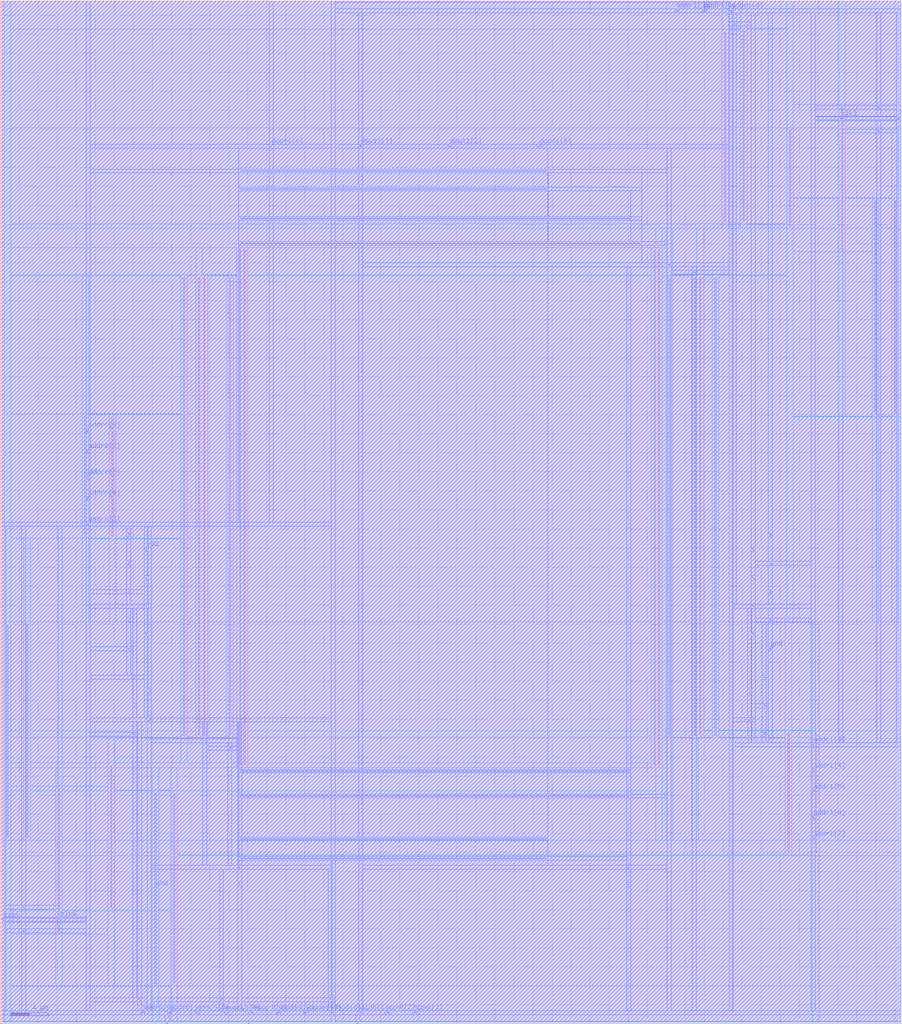
<source format=lef>
VERSION 5.4 ;
NAMESCASESENSITIVE ON ;
BUSBITCHARS "[]" ;
DIVIDERCHAR "/" ;
UNITS
  DATABASE MICRONS 2000 ;
END UNITS
MACRO freepdk45_sram_1w1r_256x4_1
   CLASS BLOCK ;
   SIZE 94.805 BY 107.625 ;
   SYMMETRY X Y R90 ;
   PIN din0[0]
      DIRECTION INPUT ;
      PORT
         LAYER metal3 ;
         RECT  34.91 1.105 35.045 1.24 ;
      END
   END din0[0]
   PIN din0[1]
      DIRECTION INPUT ;
      PORT
         LAYER metal3 ;
         RECT  37.77 1.105 37.905 1.24 ;
      END
   END din0[1]
   PIN din0[2]
      DIRECTION INPUT ;
      PORT
         LAYER metal3 ;
         RECT  40.63 1.105 40.765 1.24 ;
      END
   END din0[2]
   PIN din0[3]
      DIRECTION INPUT ;
      PORT
         LAYER metal3 ;
         RECT  43.49 1.105 43.625 1.24 ;
      END
   END din0[3]
   PIN addr0[0]
      DIRECTION INPUT ;
      PORT
         LAYER metal3 ;
         RECT  14.89 1.105 15.025 1.24 ;
      END
   END addr0[0]
   PIN addr0[1]
      DIRECTION INPUT ;
      PORT
         LAYER metal3 ;
         RECT  17.75 1.105 17.885 1.24 ;
      END
   END addr0[1]
   PIN addr0[2]
      DIRECTION INPUT ;
      PORT
         LAYER metal3 ;
         RECT  20.61 1.105 20.745 1.24 ;
      END
   END addr0[2]
   PIN addr0[3]
      DIRECTION INPUT ;
      PORT
         LAYER metal3 ;
         RECT  9.17 52.41 9.305 52.545 ;
      END
   END addr0[3]
   PIN addr0[4]
      DIRECTION INPUT ;
      PORT
         LAYER metal3 ;
         RECT  9.17 55.14 9.305 55.275 ;
      END
   END addr0[4]
   PIN addr0[5]
      DIRECTION INPUT ;
      PORT
         LAYER metal3 ;
         RECT  9.17 57.35 9.305 57.485 ;
      END
   END addr0[5]
   PIN addr0[6]
      DIRECTION INPUT ;
      PORT
         LAYER metal3 ;
         RECT  9.17 60.08 9.305 60.215 ;
      END
   END addr0[6]
   PIN addr0[7]
      DIRECTION INPUT ;
      PORT
         LAYER metal3 ;
         RECT  9.17 62.29 9.305 62.425 ;
      END
   END addr0[7]
   PIN addr1[0]
      DIRECTION INPUT ;
      PORT
         LAYER metal3 ;
         RECT  76.78 106.385 76.915 106.52 ;
      END
   END addr1[0]
   PIN addr1[1]
      DIRECTION INPUT ;
      PORT
         LAYER metal3 ;
         RECT  73.92 106.385 74.055 106.52 ;
      END
   END addr1[1]
   PIN addr1[2]
      DIRECTION INPUT ;
      PORT
         LAYER metal3 ;
         RECT  71.06 106.385 71.195 106.52 ;
      END
   END addr1[2]
   PIN addr1[3]
      DIRECTION INPUT ;
      PORT
         LAYER metal3 ;
         RECT  85.36 29.27 85.495 29.405 ;
      END
   END addr1[3]
   PIN addr1[4]
      DIRECTION INPUT ;
      PORT
         LAYER metal3 ;
         RECT  85.36 26.54 85.495 26.675 ;
      END
   END addr1[4]
   PIN addr1[5]
      DIRECTION INPUT ;
      PORT
         LAYER metal3 ;
         RECT  85.36 24.33 85.495 24.465 ;
      END
   END addr1[5]
   PIN addr1[6]
      DIRECTION INPUT ;
      PORT
         LAYER metal3 ;
         RECT  85.36 21.6 85.495 21.735 ;
      END
   END addr1[6]
   PIN addr1[7]
      DIRECTION INPUT ;
      PORT
         LAYER metal3 ;
         RECT  85.36 19.39 85.495 19.525 ;
      END
   END addr1[7]
   PIN csb0
      DIRECTION INPUT ;
      PORT
         LAYER metal3 ;
         RECT  0.285 10.81 0.42 10.945 ;
      END
   END csb0
   PIN csb1
      DIRECTION INPUT ;
      PORT
         LAYER metal3 ;
         RECT  94.385 95.13 94.52 95.265 ;
      END
   END csb1
   PIN clk0
      DIRECTION INPUT ;
      PORT
         LAYER metal3 ;
         RECT  6.2475 10.895 6.3825 11.03 ;
      END
   END clk0
   PIN clk1
      DIRECTION INPUT ;
      PORT
         LAYER metal3 ;
         RECT  88.2825 95.045 88.4175 95.18 ;
      END
   END clk1
   PIN wmask0[0]
      DIRECTION INPUT ;
      PORT
         LAYER metal3 ;
         RECT  23.47 1.105 23.605 1.24 ;
      END
   END wmask0[0]
   PIN wmask0[1]
      DIRECTION INPUT ;
      PORT
         LAYER metal3 ;
         RECT  26.33 1.105 26.465 1.24 ;
      END
   END wmask0[1]
   PIN wmask0[2]
      DIRECTION INPUT ;
      PORT
         LAYER metal3 ;
         RECT  29.19 1.105 29.325 1.24 ;
      END
   END wmask0[2]
   PIN wmask0[3]
      DIRECTION INPUT ;
      PORT
         LAYER metal3 ;
         RECT  32.05 1.105 32.185 1.24 ;
      END
   END wmask0[3]
   PIN dout1[0]
      DIRECTION OUTPUT ;
      PORT
         LAYER metal3 ;
         RECT  28.4025 92.1575 28.5375 92.2925 ;
      END
   END dout1[0]
   PIN dout1[1]
      DIRECTION OUTPUT ;
      PORT
         LAYER metal3 ;
         RECT  37.8025 92.1575 37.9375 92.2925 ;
      END
   END dout1[1]
   PIN dout1[2]
      DIRECTION OUTPUT ;
      PORT
         LAYER metal3 ;
         RECT  47.2025 92.1575 47.3375 92.2925 ;
      END
   END dout1[2]
   PIN dout1[3]
      DIRECTION OUTPUT ;
      PORT
         LAYER metal3 ;
         RECT  56.6025 92.1575 56.7375 92.2925 ;
      END
   END dout1[3]
   PIN vdd
      DIRECTION INOUT ;
      USE POWER ; 
      SHAPE ABUTMENT ; 
      PORT
         LAYER metal3 ;
         RECT  15.6125 31.87 15.7475 32.005 ;
         LAYER metal3 ;
         RECT  70.2625 79.71 70.3975 79.845 ;
         LAYER metal3 ;
         RECT  15.2675 43.83 15.4025 43.965 ;
         LAYER metal3 ;
         RECT  15.2675 46.82 15.4025 46.955 ;
         LAYER metal4 ;
         RECT  0.6875 19.55 0.8275 41.9525 ;
         LAYER metal4 ;
         RECT  82.92 83.8825 83.06 93.9025 ;
         LAYER metal3 ;
         RECT  65.9675 16.37 66.1025 16.505 ;
         LAYER metal3 ;
         RECT  79.0675 43.83 79.2025 43.965 ;
         LAYER metal3 ;
         RECT  92.245 93.765 92.38 93.9 ;
         LAYER metal3 ;
         RECT  25.0825 16.37 25.2175 16.505 ;
         LAYER metal3 ;
         RECT  79.0675 49.81 79.2025 49.945 ;
         LAYER metal4 ;
         RECT  85.64 17.9575 85.78 30.5125 ;
         LAYER metal3 ;
         RECT  78.7225 31.87 78.8575 32.005 ;
         LAYER metal3 ;
         RECT  23.1875 2.47 23.3225 2.605 ;
         LAYER metal4 ;
         RECT  70.26 30.3725 70.4 78.3525 ;
         LAYER metal3 ;
         RECT  79.0675 46.82 79.2025 46.955 ;
         LAYER metal3 ;
         RECT  79.0675 40.84 79.2025 40.975 ;
         LAYER metal3 ;
         RECT  72.895 78.9225 73.03 79.0575 ;
         LAYER metal3 ;
         RECT  25.2175 17.3375 57.4075 17.4075 ;
         LAYER metal3 ;
         RECT  14.6075 2.47 14.7425 2.605 ;
         LAYER metal3 ;
         RECT  15.6125 34.86 15.7475 34.995 ;
         LAYER metal3 ;
         RECT  25.2175 89.6 57.4075 89.67 ;
         LAYER metal3 ;
         RECT  15.2675 40.84 15.4025 40.975 ;
         LAYER metal4 ;
         RECT  69.18 27.2025 69.32 81.2725 ;
         LAYER metal4 ;
         RECT  20.82 30.3725 20.96 78.4225 ;
         LAYER metal3 ;
         RECT  77.0625 105.02 77.1975 105.155 ;
         LAYER metal4 ;
         RECT  18.2 4.285 18.34 24.185 ;
         LAYER metal3 ;
         RECT  21.44 29.6675 21.575 29.8025 ;
         LAYER metal3 ;
         RECT  25.2175 81.9675 67.2775 82.0375 ;
         LAYER metal4 ;
         RECT  93.9775 64.1225 94.1175 86.525 ;
         LAYER metal4 ;
         RECT  24.07 30.3725 24.21 78.3525 ;
         LAYER metal4 ;
         RECT  76.13 84.36 76.27 104.26 ;
         LAYER metal3 ;
         RECT  2.425 12.175 2.56 12.31 ;
         LAYER metal3 ;
         RECT  78.7225 34.86 78.8575 34.995 ;
         LAYER metal4 ;
         RECT  73.51 30.3725 73.65 78.4225 ;
         LAYER metal4 ;
         RECT  11.605 12.1725 11.745 27.1325 ;
         LAYER metal3 ;
         RECT  24.0725 28.88 24.2075 29.015 ;
         LAYER metal3 ;
         RECT  34.6275 2.47 34.7625 2.605 ;
         LAYER metal4 ;
         RECT  25.15 27.2025 25.29 81.2725 ;
         LAYER metal3 ;
         RECT  25.2175 26.5075 66.1025 26.5775 ;
         LAYER metal3 ;
         RECT  15.2675 49.81 15.4025 49.945 ;
         LAYER metal4 ;
         RECT  8.885 51.3025 9.025 63.8575 ;
      END
   END vdd
   PIN gnd
      DIRECTION INOUT ;
      USE GROUND ; 
      SHAPE ABUTMENT ; 
      PORT
         LAYER metal4 ;
         RECT  82.78 18.0225 82.92 30.5775 ;
         LAYER metal3 ;
         RECT  65.9675 14.55 66.1025 14.685 ;
         LAYER metal4 ;
         RECT  19.23 30.34 19.37 78.4225 ;
         LAYER metal4 ;
         RECT  6.105 9.7025 6.245 24.6625 ;
         LAYER metal3 ;
         RECT  80.875 42.335 81.01 42.47 ;
         LAYER metal3 ;
         RECT  13.46 45.325 13.595 45.46 ;
         LAYER metal3 ;
         RECT  25.0825 14.55 25.2175 14.685 ;
         LAYER metal3 ;
         RECT  14.085 36.355 14.22 36.49 ;
         LAYER metal3 ;
         RECT  25.2175 87.7075 57.4425 87.7775 ;
         LAYER metal3 ;
         RECT  25.2175 84.5875 66.135 84.6575 ;
         LAYER metal3 ;
         RECT  74.2025 107.49 74.3375 107.625 ;
         LAYER metal3 ;
         RECT  25.2175 19.3875 57.4075 19.4575 ;
         LAYER metal4 ;
         RECT  72.95 30.34 73.09 78.385 ;
         LAYER metal3 ;
         RECT  80.875 48.315 81.01 48.45 ;
         LAYER metal3 ;
         RECT  13.46 39.345 13.595 39.48 ;
         LAYER metal3 ;
         RECT  80.875 51.305 81.01 51.44 ;
         LAYER metal3 ;
         RECT  80.25 33.365 80.385 33.5 ;
         LAYER metal4 ;
         RECT  78.0725 84.2925 78.2125 104.3275 ;
         LAYER metal3 ;
         RECT  13.46 42.335 13.595 42.47 ;
         LAYER metal4 ;
         RECT  25.61 27.2025 25.75 81.2725 ;
         LAYER metal3 ;
         RECT  80.875 45.325 81.01 45.46 ;
         LAYER metal4 ;
         RECT  11.745 51.2375 11.885 63.7925 ;
         LAYER metal3 ;
         RECT  25.2175 23.8875 66.135 23.9575 ;
         LAYER metal3 ;
         RECT  17.4675 0.0 17.6025 0.135 ;
         LAYER metal3 ;
         RECT  14.085 30.375 14.22 30.51 ;
         LAYER metal3 ;
         RECT  26.0475 0.0 26.1825 0.135 ;
         LAYER metal3 ;
         RECT  14.085 33.365 14.22 33.5 ;
         LAYER metal3 ;
         RECT  13.46 48.315 13.595 48.45 ;
         LAYER metal4 ;
         RECT  75.1 30.34 75.24 78.4225 ;
         LAYER metal3 ;
         RECT  80.25 36.355 80.385 36.49 ;
         LAYER metal4 ;
         RECT  91.915 64.09 92.055 86.4925 ;
         LAYER metal3 ;
         RECT  13.46 51.305 13.595 51.44 ;
         LAYER metal3 ;
         RECT  92.245 96.235 92.38 96.37 ;
         LAYER metal3 ;
         RECT  80.25 30.375 80.385 30.51 ;
         LAYER metal4 ;
         RECT  68.72 27.2025 68.86 81.2725 ;
         LAYER metal4 ;
         RECT  2.75 19.5825 2.89 41.985 ;
         LAYER metal4 ;
         RECT  21.38 30.34 21.52 78.385 ;
         LAYER metal4 ;
         RECT  88.42 81.4125 88.56 96.3725 ;
         LAYER metal3 ;
         RECT  2.425 9.705 2.56 9.84 ;
         LAYER metal3 ;
         RECT  37.4875 0.0 37.6225 0.135 ;
         LAYER metal3 ;
         RECT  80.875 39.345 81.01 39.48 ;
         LAYER metal4 ;
         RECT  16.2575 4.2175 16.3975 24.2525 ;
      END
   END gnd
   OBS
   LAYER  metal1 ;
      RECT  0.14 0.14 94.665 107.485 ;
   LAYER  metal2 ;
      RECT  0.14 0.14 94.665 107.485 ;
   LAYER  metal3 ;
      RECT  34.77 0.14 35.185 0.965 ;
      RECT  35.185 0.965 37.63 1.38 ;
      RECT  38.045 0.965 40.49 1.38 ;
      RECT  40.905 0.965 43.35 1.38 ;
      RECT  43.765 0.965 94.665 1.38 ;
      RECT  0.14 0.965 14.75 1.38 ;
      RECT  15.165 0.965 17.61 1.38 ;
      RECT  18.025 0.965 20.47 1.38 ;
      RECT  0.14 52.27 9.03 52.685 ;
      RECT  0.14 52.685 9.03 107.485 ;
      RECT  9.03 1.38 9.445 52.27 ;
      RECT  9.445 52.27 34.77 52.685 ;
      RECT  9.03 52.685 9.445 55.0 ;
      RECT  9.03 55.415 9.445 57.21 ;
      RECT  9.03 57.625 9.445 59.94 ;
      RECT  9.03 60.355 9.445 62.15 ;
      RECT  9.03 62.565 9.445 107.485 ;
      RECT  76.64 106.66 77.055 107.485 ;
      RECT  77.055 106.245 94.665 106.66 ;
      RECT  77.055 106.66 94.665 107.485 ;
      RECT  74.195 106.245 76.64 106.66 ;
      RECT  35.185 106.245 70.92 106.66 ;
      RECT  71.335 106.245 73.78 106.66 ;
      RECT  77.055 1.38 85.22 29.13 ;
      RECT  77.055 29.13 85.22 29.545 ;
      RECT  85.22 29.545 85.635 106.245 ;
      RECT  85.635 1.38 94.665 29.13 ;
      RECT  85.635 29.13 94.665 29.545 ;
      RECT  85.22 26.815 85.635 29.13 ;
      RECT  85.22 24.605 85.635 26.4 ;
      RECT  85.22 21.875 85.635 24.19 ;
      RECT  85.22 1.38 85.635 19.25 ;
      RECT  85.22 19.665 85.635 21.46 ;
      RECT  0.14 1.38 0.145 10.67 ;
      RECT  0.14 10.67 0.145 11.085 ;
      RECT  0.14 11.085 0.145 52.27 ;
      RECT  0.145 1.38 0.56 10.67 ;
      RECT  0.145 11.085 0.56 52.27 ;
      RECT  94.245 29.545 94.66 94.99 ;
      RECT  94.245 95.405 94.66 106.245 ;
      RECT  94.66 29.545 94.665 94.99 ;
      RECT  94.66 94.99 94.665 95.405 ;
      RECT  94.66 95.405 94.665 106.245 ;
      RECT  0.56 10.67 6.1075 10.755 ;
      RECT  0.56 10.755 6.1075 11.085 ;
      RECT  6.1075 10.67 6.5225 10.755 ;
      RECT  6.5225 10.67 9.03 10.755 ;
      RECT  6.5225 10.755 9.03 11.085 ;
      RECT  0.56 11.085 6.1075 11.17 ;
      RECT  6.1075 11.17 6.5225 52.27 ;
      RECT  6.5225 11.085 9.03 11.17 ;
      RECT  6.5225 11.17 9.03 52.27 ;
      RECT  85.635 29.545 88.1425 94.905 ;
      RECT  85.635 94.905 88.1425 94.99 ;
      RECT  88.1425 29.545 88.5575 94.905 ;
      RECT  88.5575 94.905 94.245 94.99 ;
      RECT  85.635 94.99 88.1425 95.32 ;
      RECT  85.635 95.32 88.1425 95.405 ;
      RECT  88.1425 95.32 88.5575 95.405 ;
      RECT  88.5575 94.99 94.245 95.32 ;
      RECT  88.5575 95.32 94.245 95.405 ;
      RECT  20.885 0.965 23.33 1.38 ;
      RECT  23.745 0.965 26.19 1.38 ;
      RECT  26.605 0.965 29.05 1.38 ;
      RECT  29.465 0.965 31.91 1.38 ;
      RECT  32.325 0.965 34.77 1.38 ;
      RECT  9.445 92.0175 28.2625 92.4325 ;
      RECT  9.445 92.4325 28.2625 107.485 ;
      RECT  28.2625 92.4325 28.6775 107.485 ;
      RECT  28.6775 92.0175 34.77 92.4325 ;
      RECT  28.6775 92.4325 34.77 107.485 ;
      RECT  35.185 92.0175 37.6625 92.4325 ;
      RECT  35.185 92.4325 37.6625 106.245 ;
      RECT  37.6625 92.4325 38.0775 106.245 ;
      RECT  38.0775 92.4325 76.64 106.245 ;
      RECT  38.0775 92.0175 47.0625 92.4325 ;
      RECT  47.4775 92.0175 56.4625 92.4325 ;
      RECT  56.8775 92.0175 76.64 92.4325 ;
      RECT  9.445 31.73 15.4725 32.145 ;
      RECT  15.4725 1.38 15.8875 31.73 ;
      RECT  15.8875 31.73 34.77 32.145 ;
      RECT  15.8875 32.145 34.77 52.27 ;
      RECT  38.0775 79.57 70.1225 79.985 ;
      RECT  70.1225 1.38 70.5375 79.57 ;
      RECT  70.1225 79.985 70.5375 92.0175 ;
      RECT  70.5375 79.57 76.64 79.985 ;
      RECT  70.5375 79.985 76.64 92.0175 ;
      RECT  9.445 43.69 15.1275 44.105 ;
      RECT  15.5425 43.69 15.8875 44.105 ;
      RECT  15.5425 44.105 15.8875 52.27 ;
      RECT  15.1275 44.105 15.4725 46.68 ;
      RECT  15.4725 44.105 15.5425 46.68 ;
      RECT  38.0775 1.38 65.8275 16.23 ;
      RECT  38.0775 16.23 65.8275 16.645 ;
      RECT  66.2425 1.38 70.1225 16.23 ;
      RECT  66.2425 16.23 70.1225 16.645 ;
      RECT  77.055 43.69 78.9275 44.105 ;
      RECT  79.3425 43.69 85.22 44.105 ;
      RECT  88.5575 29.545 92.105 93.625 ;
      RECT  88.5575 93.625 92.105 94.04 ;
      RECT  88.5575 94.04 92.105 94.905 ;
      RECT  92.105 29.545 92.52 93.625 ;
      RECT  92.105 94.04 92.52 94.905 ;
      RECT  92.52 29.545 94.245 93.625 ;
      RECT  92.52 93.625 94.245 94.04 ;
      RECT  92.52 94.04 94.245 94.905 ;
      RECT  15.8875 16.23 24.9425 16.645 ;
      RECT  25.3575 16.23 34.77 16.645 ;
      RECT  78.9275 50.085 79.3425 106.245 ;
      RECT  77.055 29.545 78.5825 31.73 ;
      RECT  77.055 31.73 78.5825 32.145 ;
      RECT  77.055 32.145 78.5825 43.69 ;
      RECT  78.5825 29.545 78.9275 31.73 ;
      RECT  78.9275 29.545 78.9975 31.73 ;
      RECT  78.9975 29.545 79.3425 31.73 ;
      RECT  78.9975 31.73 79.3425 32.145 ;
      RECT  15.8875 1.38 23.0475 2.33 ;
      RECT  15.8875 2.33 23.0475 2.745 ;
      RECT  15.8875 2.745 23.0475 16.23 ;
      RECT  23.0475 1.38 23.4625 2.33 ;
      RECT  23.0475 2.745 23.4625 16.23 ;
      RECT  23.4625 1.38 24.9425 2.33 ;
      RECT  23.4625 2.33 24.9425 2.745 ;
      RECT  23.4625 2.745 24.9425 16.23 ;
      RECT  78.9275 44.105 79.3425 46.68 ;
      RECT  78.9275 47.095 79.3425 49.67 ;
      RECT  78.9275 41.115 78.9975 43.69 ;
      RECT  78.9975 32.145 79.3425 40.7 ;
      RECT  78.9975 41.115 79.3425 43.69 ;
      RECT  70.5375 1.38 72.755 78.7825 ;
      RECT  70.5375 78.7825 72.755 79.1975 ;
      RECT  70.5375 79.1975 72.755 79.57 ;
      RECT  72.755 1.38 73.17 78.7825 ;
      RECT  72.755 79.1975 73.17 79.57 ;
      RECT  73.17 1.38 76.64 78.7825 ;
      RECT  73.17 78.7825 76.64 79.1975 ;
      RECT  73.17 79.1975 76.64 79.57 ;
      RECT  35.185 1.38 37.6625 17.1975 ;
      RECT  37.6625 1.38 38.0775 17.1975 ;
      RECT  38.0775 16.645 57.5475 17.1975 ;
      RECT  57.5475 16.645 65.8275 17.1975 ;
      RECT  57.5475 17.1975 65.8275 17.5475 ;
      RECT  24.9425 16.645 25.0775 17.1975 ;
      RECT  24.9425 17.1975 25.0775 17.5475 ;
      RECT  24.9425 17.5475 25.0775 31.73 ;
      RECT  25.0775 16.645 25.3575 17.1975 ;
      RECT  25.3575 16.645 34.77 17.1975 ;
      RECT  9.445 1.38 14.4675 2.33 ;
      RECT  9.445 2.33 14.4675 2.745 ;
      RECT  14.4675 1.38 14.8825 2.33 ;
      RECT  14.4675 2.745 14.8825 31.73 ;
      RECT  14.8825 1.38 15.4725 2.33 ;
      RECT  14.8825 2.33 15.4725 2.745 ;
      RECT  14.8825 2.745 15.4725 31.73 ;
      RECT  15.4725 32.145 15.5425 34.72 ;
      RECT  15.5425 32.145 15.8875 34.72 ;
      RECT  15.5425 35.135 15.8875 43.69 ;
      RECT  9.445 52.685 25.0775 89.46 ;
      RECT  9.445 89.46 25.0775 89.81 ;
      RECT  9.445 89.81 25.0775 92.0175 ;
      RECT  25.0775 89.81 28.2625 92.0175 ;
      RECT  28.2625 89.81 28.6775 92.0175 ;
      RECT  28.6775 89.81 34.77 92.0175 ;
      RECT  38.0775 89.81 57.5475 92.0175 ;
      RECT  57.5475 89.46 70.1225 89.81 ;
      RECT  57.5475 89.81 70.1225 92.0175 ;
      RECT  34.77 89.81 35.185 107.485 ;
      RECT  35.185 89.81 37.6625 92.0175 ;
      RECT  37.6625 89.81 38.0775 92.0175 ;
      RECT  15.1275 32.145 15.4725 40.7 ;
      RECT  15.1275 41.115 15.4725 43.69 ;
      RECT  15.4725 35.135 15.5425 40.7 ;
      RECT  15.4725 41.115 15.5425 43.69 ;
      RECT  76.64 1.38 76.9225 104.88 ;
      RECT  76.64 104.88 76.9225 105.295 ;
      RECT  76.64 105.295 76.9225 106.245 ;
      RECT  76.9225 1.38 77.055 104.88 ;
      RECT  76.9225 105.295 77.055 106.245 ;
      RECT  77.055 44.105 77.3375 104.88 ;
      RECT  77.055 105.295 77.3375 106.245 ;
      RECT  77.3375 44.105 78.9275 104.88 ;
      RECT  77.3375 104.88 78.9275 105.295 ;
      RECT  77.3375 105.295 78.9275 106.245 ;
      RECT  15.8875 16.645 21.3 29.5275 ;
      RECT  15.8875 29.5275 21.3 29.9425 ;
      RECT  15.8875 29.9425 21.3 31.73 ;
      RECT  21.3 16.645 21.715 29.5275 ;
      RECT  21.3 29.9425 21.715 31.73 ;
      RECT  21.715 29.5275 24.9425 29.9425 ;
      RECT  21.715 29.9425 24.9425 31.73 ;
      RECT  25.0775 52.685 28.2625 81.8275 ;
      RECT  28.2625 52.685 28.6775 81.8275 ;
      RECT  28.6775 52.685 34.77 81.8275 ;
      RECT  38.0775 79.985 57.5475 81.8275 ;
      RECT  57.5475 79.985 67.4175 81.8275 ;
      RECT  67.4175 79.985 70.1225 81.8275 ;
      RECT  67.4175 81.8275 70.1225 82.1775 ;
      RECT  67.4175 82.1775 70.1225 89.46 ;
      RECT  0.56 11.17 2.285 12.035 ;
      RECT  0.56 12.035 2.285 12.45 ;
      RECT  0.56 12.45 2.285 52.27 ;
      RECT  2.285 11.17 2.7 12.035 ;
      RECT  2.285 12.45 2.7 52.27 ;
      RECT  2.7 11.17 6.1075 12.035 ;
      RECT  2.7 12.035 6.1075 12.45 ;
      RECT  2.7 12.45 6.1075 52.27 ;
      RECT  78.5825 32.145 78.9275 34.72 ;
      RECT  78.5825 35.135 78.9275 43.69 ;
      RECT  78.9275 32.145 78.9975 34.72 ;
      RECT  78.9275 35.135 78.9975 40.7 ;
      RECT  21.715 16.645 23.9325 28.74 ;
      RECT  21.715 28.74 23.9325 29.155 ;
      RECT  21.715 29.155 23.9325 29.5275 ;
      RECT  23.9325 16.645 24.3475 28.74 ;
      RECT  23.9325 29.155 24.3475 29.5275 ;
      RECT  24.3475 16.645 24.9425 28.74 ;
      RECT  24.3475 28.74 24.9425 29.155 ;
      RECT  24.3475 29.155 24.9425 29.5275 ;
      RECT  25.3575 1.38 34.4875 2.33 ;
      RECT  25.3575 2.33 34.4875 2.745 ;
      RECT  25.3575 2.745 34.4875 16.23 ;
      RECT  34.4875 1.38 34.77 2.33 ;
      RECT  34.4875 2.745 34.77 16.23 ;
      RECT  34.77 1.38 34.9025 2.33 ;
      RECT  34.77 2.745 34.9025 17.1975 ;
      RECT  34.9025 1.38 35.185 2.33 ;
      RECT  34.9025 2.33 35.185 2.745 ;
      RECT  34.9025 2.745 35.185 17.1975 ;
      RECT  65.8275 26.7175 66.2425 79.57 ;
      RECT  38.0775 26.7175 57.5475 79.57 ;
      RECT  57.5475 26.7175 65.8275 79.57 ;
      RECT  25.0775 26.7175 25.3575 31.73 ;
      RECT  25.3575 26.7175 34.77 31.73 ;
      RECT  34.77 26.7175 35.185 81.8275 ;
      RECT  35.185 26.7175 37.6625 81.8275 ;
      RECT  37.6625 26.7175 38.0775 81.8275 ;
      RECT  15.1275 47.095 15.4725 49.67 ;
      RECT  15.1275 50.085 15.4725 52.27 ;
      RECT  15.4725 47.095 15.5425 49.67 ;
      RECT  15.4725 50.085 15.5425 52.27 ;
      RECT  65.8275 1.38 66.2425 14.41 ;
      RECT  65.8275 14.825 66.2425 16.23 ;
      RECT  79.3425 42.195 80.735 42.61 ;
      RECT  79.3425 42.61 80.735 43.69 ;
      RECT  80.735 42.61 81.15 43.69 ;
      RECT  81.15 29.545 85.22 42.195 ;
      RECT  81.15 42.195 85.22 42.61 ;
      RECT  81.15 42.61 85.22 43.69 ;
      RECT  9.445 44.105 13.32 45.185 ;
      RECT  9.445 45.185 13.32 45.6 ;
      RECT  9.445 45.6 13.32 52.27 ;
      RECT  13.32 44.105 13.735 45.185 ;
      RECT  13.735 44.105 15.1275 45.185 ;
      RECT  13.735 45.185 15.1275 45.6 ;
      RECT  13.735 45.6 15.1275 52.27 ;
      RECT  24.9425 1.38 25.3575 14.41 ;
      RECT  24.9425 14.825 25.3575 16.23 ;
      RECT  9.445 32.145 13.945 36.215 ;
      RECT  9.445 36.215 13.945 36.63 ;
      RECT  13.945 36.63 14.36 43.69 ;
      RECT  14.36 32.145 15.1275 36.215 ;
      RECT  14.36 36.215 15.1275 36.63 ;
      RECT  14.36 36.63 15.1275 43.69 ;
      RECT  25.0775 87.9175 28.2625 89.46 ;
      RECT  28.2625 87.9175 28.6775 89.46 ;
      RECT  28.6775 87.9175 34.77 89.46 ;
      RECT  38.0775 87.9175 57.5475 89.46 ;
      RECT  57.5475 87.9175 57.5825 89.46 ;
      RECT  57.5825 87.5675 67.4175 87.9175 ;
      RECT  57.5825 87.9175 67.4175 89.46 ;
      RECT  34.77 87.9175 35.185 89.46 ;
      RECT  35.185 87.9175 37.6625 89.46 ;
      RECT  37.6625 87.9175 38.0775 89.46 ;
      RECT  25.0775 82.1775 28.2625 84.4475 ;
      RECT  25.0775 84.7975 28.2625 87.5675 ;
      RECT  28.2625 82.1775 28.6775 84.4475 ;
      RECT  28.2625 84.7975 28.6775 87.5675 ;
      RECT  28.6775 82.1775 34.77 84.4475 ;
      RECT  28.6775 84.7975 34.77 87.5675 ;
      RECT  38.0775 82.1775 57.5475 84.4475 ;
      RECT  38.0775 84.7975 57.5475 87.5675 ;
      RECT  57.5475 82.1775 57.5825 84.4475 ;
      RECT  57.5475 84.7975 57.5825 87.5675 ;
      RECT  57.5825 82.1775 66.275 84.4475 ;
      RECT  57.5825 84.7975 66.275 87.5675 ;
      RECT  66.275 82.1775 67.4175 84.4475 ;
      RECT  66.275 84.4475 67.4175 84.7975 ;
      RECT  66.275 84.7975 67.4175 87.5675 ;
      RECT  34.77 82.1775 35.185 84.4475 ;
      RECT  34.77 84.7975 35.185 87.5675 ;
      RECT  35.185 82.1775 37.6625 84.4475 ;
      RECT  35.185 84.7975 37.6625 87.5675 ;
      RECT  37.6625 82.1775 38.0775 84.4475 ;
      RECT  37.6625 84.7975 38.0775 87.5675 ;
      RECT  35.185 106.66 74.0625 107.35 ;
      RECT  35.185 107.35 74.0625 107.485 ;
      RECT  74.0625 106.66 74.4775 107.35 ;
      RECT  74.4775 106.66 76.64 107.35 ;
      RECT  74.4775 107.35 76.64 107.485 ;
      RECT  38.0775 17.5475 57.5475 19.2475 ;
      RECT  25.0775 17.5475 25.3575 19.2475 ;
      RECT  25.3575 17.5475 34.77 19.2475 ;
      RECT  34.77 17.5475 35.185 19.2475 ;
      RECT  35.185 17.5475 37.6625 19.2475 ;
      RECT  37.6625 17.5475 38.0775 19.2475 ;
      RECT  79.3425 44.105 80.735 48.175 ;
      RECT  79.3425 48.175 80.735 48.59 ;
      RECT  79.3425 48.59 80.735 106.245 ;
      RECT  81.15 44.105 85.22 48.175 ;
      RECT  81.15 48.175 85.22 48.59 ;
      RECT  81.15 48.59 85.22 106.245 ;
      RECT  9.445 36.63 13.32 39.205 ;
      RECT  9.445 39.205 13.32 39.62 ;
      RECT  9.445 39.62 13.32 43.69 ;
      RECT  13.32 36.63 13.735 39.205 ;
      RECT  13.735 36.63 13.945 39.205 ;
      RECT  13.735 39.205 13.945 39.62 ;
      RECT  13.735 39.62 13.945 43.69 ;
      RECT  80.735 48.59 81.15 51.165 ;
      RECT  80.735 51.58 81.15 106.245 ;
      RECT  79.3425 29.545 80.11 33.225 ;
      RECT  79.3425 33.225 80.11 33.64 ;
      RECT  79.3425 33.64 80.11 42.195 ;
      RECT  80.525 29.545 80.735 33.225 ;
      RECT  80.525 33.225 80.735 33.64 ;
      RECT  80.525 33.64 80.735 42.195 ;
      RECT  13.32 39.62 13.735 42.195 ;
      RECT  13.32 42.61 13.735 43.69 ;
      RECT  80.735 44.105 81.15 45.185 ;
      RECT  80.735 45.6 81.15 48.175 ;
      RECT  66.2425 16.645 66.275 23.7475 ;
      RECT  66.2425 24.0975 66.275 79.57 ;
      RECT  66.275 16.645 70.1225 23.7475 ;
      RECT  66.275 23.7475 70.1225 24.0975 ;
      RECT  66.275 24.0975 70.1225 79.57 ;
      RECT  65.8275 16.645 66.2425 23.7475 ;
      RECT  65.8275 24.0975 66.2425 26.3675 ;
      RECT  57.5475 17.5475 65.8275 23.7475 ;
      RECT  57.5475 24.0975 65.8275 26.3675 ;
      RECT  38.0775 19.5975 57.5475 23.7475 ;
      RECT  38.0775 24.0975 57.5475 26.3675 ;
      RECT  25.0775 19.5975 25.3575 23.7475 ;
      RECT  25.0775 24.0975 25.3575 26.3675 ;
      RECT  25.3575 19.5975 34.77 23.7475 ;
      RECT  25.3575 24.0975 34.77 26.3675 ;
      RECT  34.77 19.5975 35.185 23.7475 ;
      RECT  34.77 24.0975 35.185 26.3675 ;
      RECT  35.185 19.5975 37.6625 23.7475 ;
      RECT  35.185 24.0975 37.6625 26.3675 ;
      RECT  37.6625 19.5975 38.0775 23.7475 ;
      RECT  37.6625 24.0975 38.0775 26.3675 ;
      RECT  0.14 0.14 17.3275 0.275 ;
      RECT  0.14 0.275 17.3275 0.965 ;
      RECT  17.3275 0.275 17.7425 0.965 ;
      RECT  17.7425 0.275 34.77 0.965 ;
      RECT  9.445 2.745 13.945 30.235 ;
      RECT  9.445 30.235 13.945 30.65 ;
      RECT  9.445 30.65 13.945 31.73 ;
      RECT  13.945 2.745 14.36 30.235 ;
      RECT  13.945 30.65 14.36 31.73 ;
      RECT  14.36 2.745 14.4675 30.235 ;
      RECT  14.36 30.235 14.4675 30.65 ;
      RECT  14.36 30.65 14.4675 31.73 ;
      RECT  17.7425 0.14 25.9075 0.275 ;
      RECT  26.3225 0.14 34.77 0.275 ;
      RECT  13.945 32.145 14.36 33.225 ;
      RECT  13.945 33.64 14.36 36.215 ;
      RECT  13.32 45.6 13.735 48.175 ;
      RECT  80.11 33.64 80.525 36.215 ;
      RECT  80.11 36.63 80.525 42.195 ;
      RECT  13.32 48.59 13.735 51.165 ;
      RECT  13.32 51.58 13.735 52.27 ;
      RECT  85.635 95.405 92.105 96.095 ;
      RECT  85.635 96.095 92.105 96.51 ;
      RECT  85.635 96.51 92.105 106.245 ;
      RECT  92.105 95.405 92.52 96.095 ;
      RECT  92.105 96.51 92.52 106.245 ;
      RECT  92.52 95.405 94.245 96.095 ;
      RECT  92.52 96.095 94.245 96.51 ;
      RECT  92.52 96.51 94.245 106.245 ;
      RECT  80.11 29.545 80.525 30.235 ;
      RECT  80.11 30.65 80.525 33.225 ;
      RECT  0.56 1.38 2.285 9.565 ;
      RECT  0.56 9.565 2.285 9.98 ;
      RECT  0.56 9.98 2.285 10.67 ;
      RECT  2.285 1.38 2.7 9.565 ;
      RECT  2.285 9.98 2.7 10.67 ;
      RECT  2.7 1.38 9.03 9.565 ;
      RECT  2.7 9.565 9.03 9.98 ;
      RECT  2.7 9.98 9.03 10.67 ;
      RECT  35.185 0.14 37.3475 0.275 ;
      RECT  35.185 0.275 37.3475 0.965 ;
      RECT  37.3475 0.275 37.7625 0.965 ;
      RECT  37.7625 0.14 94.665 0.275 ;
      RECT  37.7625 0.275 94.665 0.965 ;
      RECT  80.735 29.545 81.15 39.205 ;
      RECT  80.735 39.62 81.15 42.195 ;
   LAYER  metal4 ;
      RECT  0.14 0.14 0.4075 19.27 ;
      RECT  0.14 19.27 0.4075 42.2325 ;
      RECT  0.14 42.2325 0.4075 107.485 ;
      RECT  0.4075 0.14 1.1075 19.27 ;
      RECT  0.4075 42.2325 1.1075 107.485 ;
      RECT  82.64 42.2325 83.34 83.6025 ;
      RECT  82.64 94.1825 83.34 107.485 ;
      RECT  85.36 0.14 86.06 17.6775 ;
      RECT  86.06 0.14 94.665 17.6775 ;
      RECT  86.06 17.6775 94.665 19.27 ;
      RECT  85.36 30.7925 86.06 42.2325 ;
      RECT  86.06 19.27 94.665 30.7925 ;
      RECT  86.06 30.7925 94.665 42.2325 ;
      RECT  69.98 78.6325 70.68 83.6025 ;
      RECT  69.98 19.27 70.68 30.0925 ;
      RECT  69.6 42.2325 69.98 78.6325 ;
      RECT  1.1075 81.5525 68.9 83.6025 ;
      RECT  68.9 81.5525 69.6 83.6025 ;
      RECT  69.6 78.6325 69.98 81.5525 ;
      RECT  69.6 81.5525 69.98 83.6025 ;
      RECT  68.9 19.27 69.6 26.9225 ;
      RECT  69.6 19.27 69.98 26.9225 ;
      RECT  69.6 26.9225 69.98 30.0925 ;
      RECT  69.6 30.0925 69.98 30.7925 ;
      RECT  69.6 30.7925 69.98 42.2325 ;
      RECT  1.1075 78.7025 20.54 81.5525 ;
      RECT  20.54 78.7025 21.24 81.5525 ;
      RECT  17.92 0.14 18.62 4.005 ;
      RECT  18.62 0.14 85.36 4.005 ;
      RECT  18.62 4.005 85.36 17.6775 ;
      RECT  17.92 24.465 18.62 26.9225 ;
      RECT  18.62 19.27 68.9 24.465 ;
      RECT  18.62 24.465 68.9 26.9225 ;
      RECT  93.6975 42.2325 94.3975 63.8425 ;
      RECT  94.3975 42.2325 94.665 63.8425 ;
      RECT  94.3975 63.8425 94.665 83.6025 ;
      RECT  93.6975 86.805 94.3975 94.1825 ;
      RECT  94.3975 83.6025 94.665 86.805 ;
      RECT  94.3975 86.805 94.665 94.1825 ;
      RECT  1.1075 83.6025 75.85 84.08 ;
      RECT  1.1075 84.08 75.85 94.1825 ;
      RECT  75.85 83.6025 76.55 84.08 ;
      RECT  1.1075 94.1825 75.85 104.54 ;
      RECT  1.1075 104.54 75.85 107.485 ;
      RECT  75.85 104.54 76.55 107.485 ;
      RECT  70.68 78.7025 73.23 83.6025 ;
      RECT  73.23 78.7025 73.93 83.6025 ;
      RECT  73.93 78.7025 82.64 83.6025 ;
      RECT  11.325 27.4125 12.025 30.0925 ;
      RECT  11.325 4.005 12.025 11.8925 ;
      RECT  21.24 78.7025 24.87 81.5525 ;
      RECT  24.49 42.2325 24.87 78.6325 ;
      RECT  24.49 30.0925 24.87 30.7925 ;
      RECT  24.49 30.7925 24.87 42.2325 ;
      RECT  12.025 26.9225 24.87 27.4125 ;
      RECT  1.1075 51.0225 8.605 64.1375 ;
      RECT  1.1075 64.1375 8.605 78.6325 ;
      RECT  8.605 42.2325 9.305 51.0225 ;
      RECT  8.605 64.1375 9.305 78.6325 ;
      RECT  83.2 19.27 85.36 30.0925 ;
      RECT  18.62 17.6775 82.5 17.7425 ;
      RECT  18.62 17.7425 82.5 19.27 ;
      RECT  82.5 17.6775 83.2 17.7425 ;
      RECT  83.2 17.6775 85.36 17.7425 ;
      RECT  83.2 17.7425 85.36 19.27 ;
      RECT  83.2 30.0925 85.36 30.7925 ;
      RECT  82.5 30.8575 83.2 42.2325 ;
      RECT  83.2 30.7925 85.36 30.8575 ;
      RECT  83.2 30.8575 85.36 42.2325 ;
      RECT  1.1075 78.6325 18.95 78.7025 ;
      RECT  19.65 78.6325 20.54 78.7025 ;
      RECT  19.65 30.0925 20.54 30.7925 ;
      RECT  19.65 30.7925 20.54 42.2325 ;
      RECT  12.025 27.4125 18.95 30.06 ;
      RECT  12.025 30.06 18.95 30.0925 ;
      RECT  18.95 27.4125 19.65 30.06 ;
      RECT  19.65 27.4125 24.87 30.06 ;
      RECT  19.65 42.2325 20.54 51.0225 ;
      RECT  19.65 51.0225 20.54 64.1375 ;
      RECT  9.305 64.1375 18.95 78.6325 ;
      RECT  19.65 64.1375 20.54 78.6325 ;
      RECT  1.1075 4.005 5.825 9.4225 ;
      RECT  1.1075 9.4225 5.825 11.8925 ;
      RECT  5.825 4.005 6.525 9.4225 ;
      RECT  6.525 4.005 11.325 9.4225 ;
      RECT  6.525 9.4225 11.325 11.8925 ;
      RECT  1.1075 11.8925 5.825 17.6775 ;
      RECT  6.525 11.8925 11.325 17.6775 ;
      RECT  1.1075 17.6775 5.825 19.27 ;
      RECT  6.525 17.6775 11.325 19.27 ;
      RECT  6.525 19.27 11.325 24.465 ;
      RECT  5.825 24.9425 6.525 26.9225 ;
      RECT  6.525 24.465 11.325 24.9425 ;
      RECT  6.525 24.9425 11.325 26.9225 ;
      RECT  70.68 42.2325 72.67 78.6325 ;
      RECT  70.68 78.6325 72.67 78.665 ;
      RECT  70.68 78.665 72.67 78.7025 ;
      RECT  72.67 78.665 73.23 78.7025 ;
      RECT  70.68 30.0925 72.67 30.7925 ;
      RECT  70.68 30.7925 72.67 42.2325 ;
      RECT  70.68 19.27 72.67 30.06 ;
      RECT  70.68 30.06 72.67 30.0925 ;
      RECT  72.67 19.27 73.37 30.06 ;
      RECT  73.37 19.27 82.5 30.06 ;
      RECT  76.55 83.6025 77.7925 84.0125 ;
      RECT  76.55 84.0125 77.7925 84.08 ;
      RECT  77.7925 83.6025 78.4925 84.0125 ;
      RECT  78.4925 83.6025 82.64 84.0125 ;
      RECT  78.4925 84.0125 82.64 84.08 ;
      RECT  76.55 84.08 77.7925 94.1825 ;
      RECT  78.4925 84.08 82.64 94.1825 ;
      RECT  76.55 94.1825 77.7925 104.54 ;
      RECT  78.4925 94.1825 82.64 104.54 ;
      RECT  76.55 104.54 77.7925 104.6075 ;
      RECT  76.55 104.6075 77.7925 107.485 ;
      RECT  77.7925 104.6075 78.4925 107.485 ;
      RECT  78.4925 104.54 82.64 104.6075 ;
      RECT  78.4925 104.6075 82.64 107.485 ;
      RECT  9.305 42.2325 11.465 50.9575 ;
      RECT  9.305 50.9575 11.465 51.0225 ;
      RECT  11.465 42.2325 12.165 50.9575 ;
      RECT  12.165 42.2325 18.95 50.9575 ;
      RECT  12.165 50.9575 18.95 51.0225 ;
      RECT  9.305 51.0225 11.465 64.0725 ;
      RECT  9.305 64.0725 11.465 64.1375 ;
      RECT  11.465 64.0725 12.165 64.1375 ;
      RECT  12.165 51.0225 18.95 64.0725 ;
      RECT  12.165 64.0725 18.95 64.1375 ;
      RECT  73.93 42.2325 74.82 78.6325 ;
      RECT  75.52 42.2325 82.64 78.6325 ;
      RECT  73.93 78.6325 74.82 78.7025 ;
      RECT  75.52 78.6325 82.64 78.7025 ;
      RECT  73.93 30.0925 74.82 30.7925 ;
      RECT  75.52 30.0925 82.5 30.7925 ;
      RECT  73.93 30.7925 74.82 30.8575 ;
      RECT  75.52 30.7925 82.5 30.8575 ;
      RECT  73.93 30.8575 74.82 42.2325 ;
      RECT  75.52 30.8575 82.5 42.2325 ;
      RECT  73.37 30.06 74.82 30.0925 ;
      RECT  75.52 30.06 82.5 30.0925 ;
      RECT  83.34 42.2325 91.635 63.81 ;
      RECT  83.34 63.81 91.635 63.8425 ;
      RECT  91.635 42.2325 92.335 63.81 ;
      RECT  92.335 42.2325 93.6975 63.81 ;
      RECT  92.335 63.81 93.6975 63.8425 ;
      RECT  92.335 63.8425 93.6975 83.6025 ;
      RECT  91.635 86.7725 92.335 86.805 ;
      RECT  92.335 83.6025 93.6975 86.7725 ;
      RECT  92.335 86.7725 93.6975 86.805 ;
      RECT  26.03 78.6325 68.44 78.7025 ;
      RECT  26.03 78.7025 68.44 81.5525 ;
      RECT  26.03 42.2325 68.44 78.6325 ;
      RECT  26.03 30.0925 68.44 30.7925 ;
      RECT  26.03 30.7925 68.44 42.2325 ;
      RECT  26.03 26.9225 68.44 27.4125 ;
      RECT  26.03 27.4125 68.44 30.0925 ;
      RECT  1.1075 26.9225 2.47 27.4125 ;
      RECT  3.17 26.9225 11.325 27.4125 ;
      RECT  1.1075 27.4125 2.47 30.0925 ;
      RECT  3.17 27.4125 11.325 30.0925 ;
      RECT  1.1075 42.2325 2.47 42.265 ;
      RECT  1.1075 42.265 2.47 51.0225 ;
      RECT  2.47 42.265 3.17 51.0225 ;
      RECT  3.17 42.2325 8.605 42.265 ;
      RECT  3.17 42.265 8.605 51.0225 ;
      RECT  1.1075 30.0925 2.47 30.7925 ;
      RECT  3.17 30.0925 18.95 30.7925 ;
      RECT  1.1075 30.7925 2.47 42.2325 ;
      RECT  3.17 30.7925 18.95 42.2325 ;
      RECT  1.1075 19.27 2.47 19.3025 ;
      RECT  1.1075 19.3025 2.47 24.465 ;
      RECT  2.47 19.27 3.17 19.3025 ;
      RECT  3.17 19.27 5.825 19.3025 ;
      RECT  3.17 19.3025 5.825 24.465 ;
      RECT  1.1075 24.465 2.47 24.9425 ;
      RECT  3.17 24.465 5.825 24.9425 ;
      RECT  1.1075 24.9425 2.47 26.9225 ;
      RECT  3.17 24.9425 5.825 26.9225 ;
      RECT  21.8 42.2325 23.79 78.6325 ;
      RECT  21.8 30.0925 23.79 30.7925 ;
      RECT  21.8 30.7925 23.79 42.2325 ;
      RECT  21.24 78.665 21.8 78.7025 ;
      RECT  21.8 78.6325 24.87 78.665 ;
      RECT  21.8 78.665 24.87 78.7025 ;
      RECT  19.65 30.06 21.1 30.0925 ;
      RECT  21.8 30.06 24.87 30.0925 ;
      RECT  83.34 94.1825 88.14 96.6525 ;
      RECT  83.34 96.6525 88.14 107.485 ;
      RECT  88.14 96.6525 88.84 107.485 ;
      RECT  88.84 94.1825 94.665 96.6525 ;
      RECT  88.84 96.6525 94.665 107.485 ;
      RECT  83.34 86.805 88.14 94.1825 ;
      RECT  88.84 86.805 93.6975 94.1825 ;
      RECT  83.34 63.8425 88.14 81.1325 ;
      RECT  83.34 81.1325 88.14 83.6025 ;
      RECT  88.14 63.8425 88.84 81.1325 ;
      RECT  88.84 63.8425 91.635 81.1325 ;
      RECT  88.84 81.1325 91.635 83.6025 ;
      RECT  83.34 83.6025 88.14 86.7725 ;
      RECT  88.84 83.6025 91.635 86.7725 ;
      RECT  83.34 86.7725 88.14 86.805 ;
      RECT  88.84 86.7725 91.635 86.805 ;
      RECT  1.1075 0.14 15.9775 3.9375 ;
      RECT  1.1075 3.9375 15.9775 4.005 ;
      RECT  15.9775 0.14 16.6775 3.9375 ;
      RECT  16.6775 0.14 17.92 3.9375 ;
      RECT  16.6775 3.9375 17.92 4.005 ;
      RECT  12.025 4.005 15.9775 11.8925 ;
      RECT  16.6775 4.005 17.92 11.8925 ;
      RECT  12.025 11.8925 15.9775 17.6775 ;
      RECT  16.6775 11.8925 17.92 17.6775 ;
      RECT  12.025 17.6775 15.9775 19.27 ;
      RECT  16.6775 17.6775 17.92 19.27 ;
      RECT  12.025 19.27 15.9775 24.465 ;
      RECT  16.6775 19.27 17.92 24.465 ;
      RECT  12.025 24.465 15.9775 24.5325 ;
      RECT  12.025 24.5325 15.9775 26.9225 ;
      RECT  15.9775 24.5325 16.6775 26.9225 ;
      RECT  16.6775 24.465 17.92 24.5325 ;
      RECT  16.6775 24.5325 17.92 26.9225 ;
   END
END    freepdk45_sram_1w1r_256x4_1
END    LIBRARY

</source>
